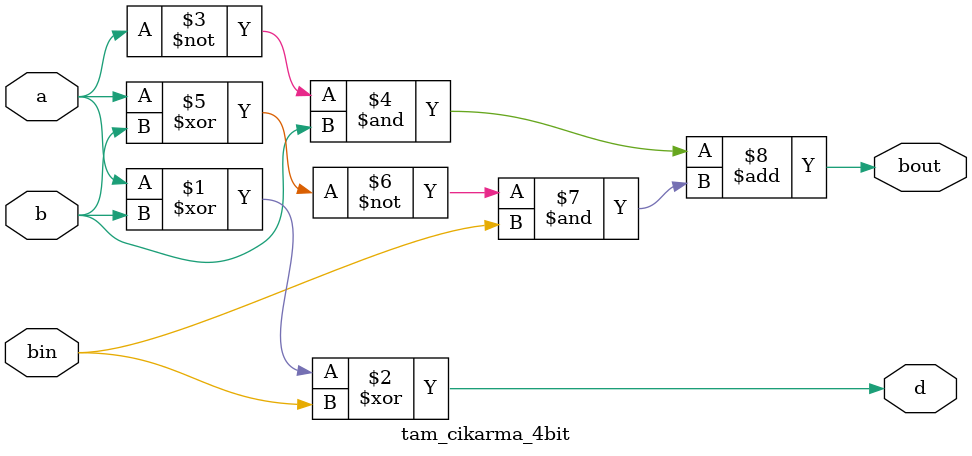
<source format=v>
`timescale 1ns / 1ps

module tam_cikarma_4bit(
    input a,b,
    input bin,
    output d,
    output bout
);

    assign d = ( a ^ b ) ^ bin; 
    assign bout = (~a & b) + (~(a ^ b) & bin);
endmodule
</source>
